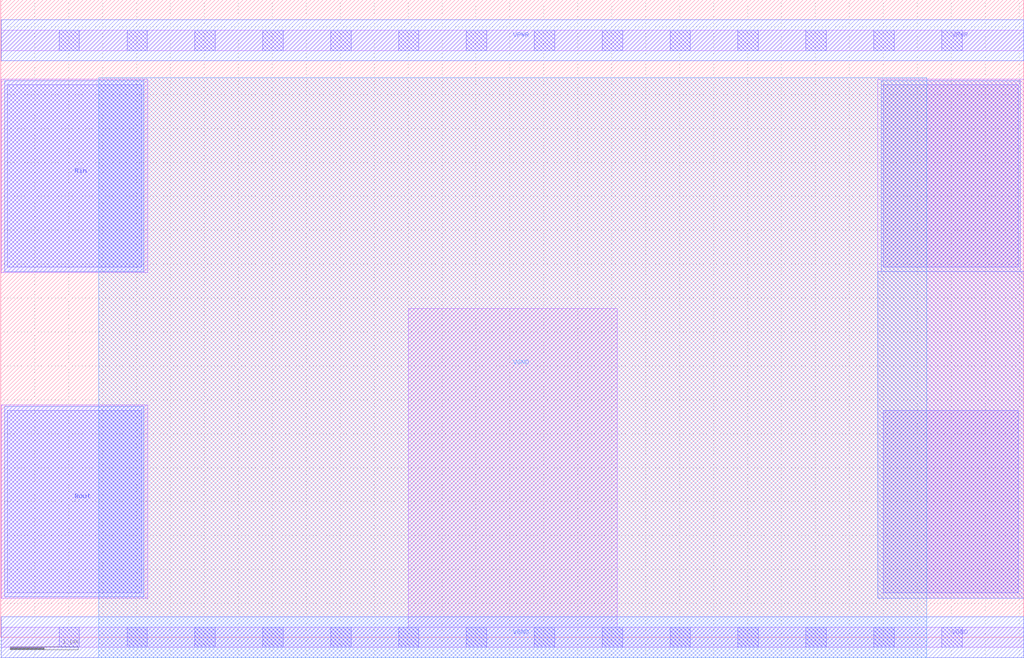
<source format=lef>
VERSION 5.7 ;
  NOWIREEXTENSIONATPIN ON ;
  DIVIDERCHAR "/" ;
  BUSBITCHARS "[]" ;
MACRO sky130_asc_res_2
  CLASS CORE ;
  FOREIGN sky130_asc_res_2 ;
  ORIGIN 0.000 0.000 ;
  SIZE 15.070 BY 9.400 ;
  SITE unitasc ;
  PIN Rin
    DIRECTION INOUT ;
    PORT
      LAYER li1 ;
        RECT 0.005 5.375 2.165 8.225 ;
      LAYER mcon ;
        RECT 0.095 5.455 2.080 8.145 ;
      LAYER met1 ;
        RECT 0.060 5.395 2.110 8.205 ;
    END
  END Rin
  PIN Rout
    DIRECTION INOUT ;
    PORT
      LAYER li1 ;
        RECT 0.005 0.575 2.165 3.425 ;
      LAYER mcon ;
        RECT 0.095 0.655 2.080 3.345 ;
      LAYER met1 ;
        RECT 0.060 0.595 2.110 3.405 ;
    END
  END Rout
  PIN VPWR
    DIRECTION INOUT ;
    USE POWER ;
    PORT
      LAYER li1 ;
        RECT 0.010 8.650 15.070 8.950 ;
      LAYER mcon ;
        RECT 0.860 8.650 1.160 8.950 ;
        RECT 1.860 8.650 2.160 8.950 ;
        RECT 2.860 8.650 3.160 8.950 ;
        RECT 3.860 8.650 4.160 8.950 ;
        RECT 4.860 8.650 5.160 8.950 ;
        RECT 5.860 8.650 6.160 8.950 ;
        RECT 6.860 8.650 7.160 8.950 ;
        RECT 7.860 8.650 8.160 8.950 ;
        RECT 8.860 8.650 9.160 8.950 ;
        RECT 9.860 8.650 10.160 8.950 ;
        RECT 10.860 8.650 11.160 8.950 ;
        RECT 11.860 8.650 12.160 8.950 ;
        RECT 12.860 8.650 13.160 8.950 ;
        RECT 13.860 8.650 14.160 8.950 ;
      LAYER met1 ;
        RECT 0.010 8.500 15.070 9.100 ;
    END
  END VPWR
  PIN VGND
    DIRECTION INOUT ;
    USE GROUND ;
    PORT
      LAYER pwell ;
        RECT 1.440 -0.300 13.640 8.250 ;
      LAYER li1 ;
        RECT 6.000 0.150 9.080 4.850 ;
        RECT 0.010 -0.150 15.070 0.150 ;
      LAYER mcon ;
        RECT 0.860 -0.150 1.160 0.150 ;
        RECT 1.860 -0.150 2.160 0.150 ;
        RECT 2.860 -0.150 3.160 0.150 ;
        RECT 3.860 -0.150 4.160 0.150 ;
        RECT 4.860 -0.150 5.160 0.150 ;
        RECT 5.860 -0.150 6.160 0.150 ;
        RECT 6.860 -0.150 7.160 0.150 ;
        RECT 7.860 -0.150 8.160 0.150 ;
        RECT 8.860 -0.150 9.160 0.150 ;
        RECT 9.860 -0.150 10.160 0.150 ;
        RECT 10.860 -0.150 11.160 0.150 ;
        RECT 11.860 -0.150 12.160 0.150 ;
        RECT 12.860 -0.150 13.160 0.150 ;
        RECT 13.860 -0.150 14.160 0.150 ;
      LAYER met1 ;
        RECT 0.010 -0.300 15.070 0.300 ;
    END
  END VGND
  OBS
      LAYER li1 ;
        RECT 12.915 0.575 15.075 8.225 ;
      LAYER mcon ;
        RECT 13.000 5.455 14.985 8.145 ;
        RECT 13.000 0.655 14.985 3.345 ;
      LAYER met1 ;
        RECT 12.970 5.395 15.020 8.205 ;
        RECT 12.915 0.575 15.075 5.395 ;
  END
END sky130_asc_res_2
END LIBRARY


</source>
